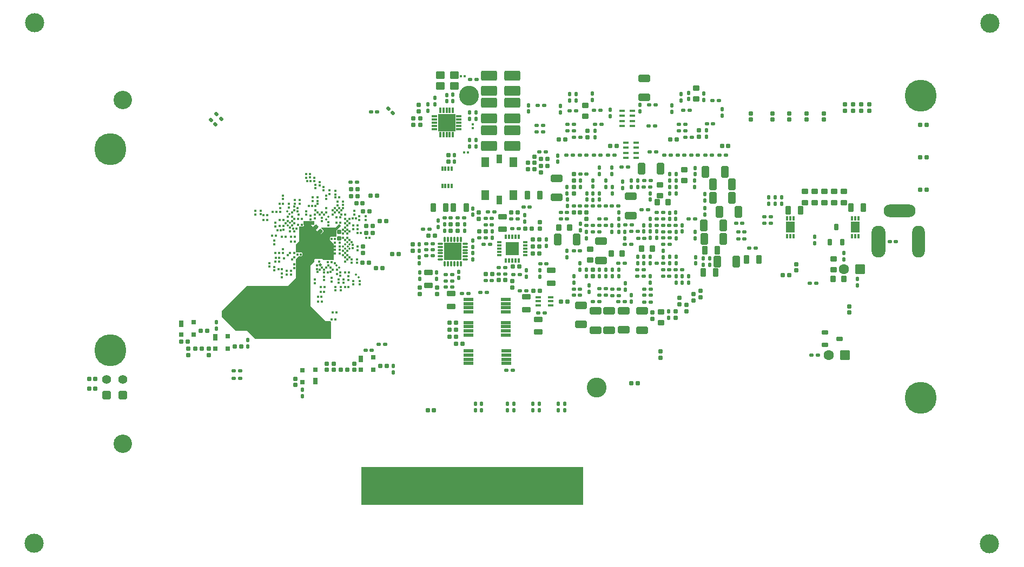
<source format=gbs>
G04 Layer_Color=16711935*
%FSLAX44Y44*%
%MOMM*%
G71*
G01*
G75*
G04:AMPARAMS|DCode=17|XSize=0.5mm|YSize=0.6mm|CornerRadius=0.05mm|HoleSize=0mm|Usage=FLASHONLY|Rotation=90.000|XOffset=0mm|YOffset=0mm|HoleType=Round|Shape=RoundedRectangle|*
%AMROUNDEDRECTD17*
21,1,0.5000,0.5000,0,0,90.0*
21,1,0.4000,0.6000,0,0,90.0*
1,1,0.1000,0.2500,0.2000*
1,1,0.1000,0.2500,-0.2000*
1,1,0.1000,-0.2500,-0.2000*
1,1,0.1000,-0.2500,0.2000*
%
%ADD17ROUNDEDRECTD17*%
G04:AMPARAMS|DCode=20|XSize=0.5mm|YSize=0.6mm|CornerRadius=0.05mm|HoleSize=0mm|Usage=FLASHONLY|Rotation=0.000|XOffset=0mm|YOffset=0mm|HoleType=Round|Shape=RoundedRectangle|*
%AMROUNDEDRECTD20*
21,1,0.5000,0.5000,0,0,0.0*
21,1,0.4000,0.6000,0,0,0.0*
1,1,0.1000,0.2000,-0.2500*
1,1,0.1000,-0.2000,-0.2500*
1,1,0.1000,-0.2000,0.2500*
1,1,0.1000,0.2000,0.2500*
%
%ADD20ROUNDEDRECTD20*%
G04:AMPARAMS|DCode=22|XSize=0.5mm|YSize=0.6mm|CornerRadius=0.05mm|HoleSize=0mm|Usage=FLASHONLY|Rotation=45.000|XOffset=0mm|YOffset=0mm|HoleType=Round|Shape=RoundedRectangle|*
%AMROUNDEDRECTD22*
21,1,0.5000,0.5000,0,0,45.0*
21,1,0.4000,0.6000,0,0,45.0*
1,1,0.1000,0.3182,-0.0354*
1,1,0.1000,0.0354,-0.3182*
1,1,0.1000,-0.3182,0.0354*
1,1,0.1000,-0.0354,0.3182*
%
%ADD22ROUNDEDRECTD22*%
G04:AMPARAMS|DCode=27|XSize=1mm|YSize=0.9mm|CornerRadius=0.1125mm|HoleSize=0mm|Usage=FLASHONLY|Rotation=0.000|XOffset=0mm|YOffset=0mm|HoleType=Round|Shape=RoundedRectangle|*
%AMROUNDEDRECTD27*
21,1,1.0000,0.6750,0,0,0.0*
21,1,0.7750,0.9000,0,0,0.0*
1,1,0.2250,0.3875,-0.3375*
1,1,0.2250,-0.3875,-0.3375*
1,1,0.2250,-0.3875,0.3375*
1,1,0.2250,0.3875,0.3375*
%
%ADD27ROUNDEDRECTD27*%
G04:AMPARAMS|DCode=28|XSize=0.6mm|YSize=0.6mm|CornerRadius=0.06mm|HoleSize=0mm|Usage=FLASHONLY|Rotation=90.000|XOffset=0mm|YOffset=0mm|HoleType=Round|Shape=RoundedRectangle|*
%AMROUNDEDRECTD28*
21,1,0.6000,0.4800,0,0,90.0*
21,1,0.4800,0.6000,0,0,90.0*
1,1,0.1200,0.2400,0.2400*
1,1,0.1200,0.2400,-0.2400*
1,1,0.1200,-0.2400,-0.2400*
1,1,0.1200,-0.2400,0.2400*
%
%ADD28ROUNDEDRECTD28*%
G04:AMPARAMS|DCode=36|XSize=0.6mm|YSize=0.6mm|CornerRadius=0.06mm|HoleSize=0mm|Usage=FLASHONLY|Rotation=0.000|XOffset=0mm|YOffset=0mm|HoleType=Round|Shape=RoundedRectangle|*
%AMROUNDEDRECTD36*
21,1,0.6000,0.4800,0,0,0.0*
21,1,0.4800,0.6000,0,0,0.0*
1,1,0.1200,0.2400,-0.2400*
1,1,0.1200,-0.2400,-0.2400*
1,1,0.1200,-0.2400,0.2400*
1,1,0.1200,0.2400,0.2400*
%
%ADD36ROUNDEDRECTD36*%
G04:AMPARAMS|DCode=41|XSize=1.3mm|YSize=0.8mm|CornerRadius=0.1mm|HoleSize=0mm|Usage=FLASHONLY|Rotation=90.000|XOffset=0mm|YOffset=0mm|HoleType=Round|Shape=RoundedRectangle|*
%AMROUNDEDRECTD41*
21,1,1.3000,0.6000,0,0,90.0*
21,1,1.1000,0.8000,0,0,90.0*
1,1,0.2000,0.3000,0.5500*
1,1,0.2000,0.3000,-0.5500*
1,1,0.2000,-0.3000,-0.5500*
1,1,0.2000,-0.3000,0.5500*
%
%ADD41ROUNDEDRECTD41*%
G04:AMPARAMS|DCode=50|XSize=1.8mm|YSize=1.15mm|CornerRadius=0.1437mm|HoleSize=0mm|Usage=FLASHONLY|Rotation=0.000|XOffset=0mm|YOffset=0mm|HoleType=Round|Shape=RoundedRectangle|*
%AMROUNDEDRECTD50*
21,1,1.8000,0.8625,0,0,0.0*
21,1,1.5125,1.1500,0,0,0.0*
1,1,0.2875,0.7562,-0.4313*
1,1,0.2875,-0.7562,-0.4313*
1,1,0.2875,-0.7562,0.4313*
1,1,0.2875,0.7562,0.4313*
%
%ADD50ROUNDEDRECTD50*%
G04:AMPARAMS|DCode=51|XSize=1.3mm|YSize=0.8mm|CornerRadius=0.1mm|HoleSize=0mm|Usage=FLASHONLY|Rotation=180.000|XOffset=0mm|YOffset=0mm|HoleType=Round|Shape=RoundedRectangle|*
%AMROUNDEDRECTD51*
21,1,1.3000,0.6000,0,0,180.0*
21,1,1.1000,0.8000,0,0,180.0*
1,1,0.2000,-0.5500,0.3000*
1,1,0.2000,0.5500,0.3000*
1,1,0.2000,0.5500,-0.3000*
1,1,0.2000,-0.5500,-0.3000*
%
%ADD51ROUNDEDRECTD51*%
G04:AMPARAMS|DCode=59|XSize=0.6mm|YSize=0.6mm|CornerRadius=0.06mm|HoleSize=0mm|Usage=FLASHONLY|Rotation=45.000|XOffset=0mm|YOffset=0mm|HoleType=Round|Shape=RoundedRectangle|*
%AMROUNDEDRECTD59*
21,1,0.6000,0.4800,0,0,45.0*
21,1,0.4800,0.6000,0,0,45.0*
1,1,0.1200,0.3394,0.0000*
1,1,0.1200,0.0000,-0.3394*
1,1,0.1200,-0.3394,0.0000*
1,1,0.1200,0.0000,0.3394*
%
%ADD59ROUNDEDRECTD59*%
G04:AMPARAMS|DCode=67|XSize=1.8mm|YSize=1.15mm|CornerRadius=0.1437mm|HoleSize=0mm|Usage=FLASHONLY|Rotation=270.000|XOffset=0mm|YOffset=0mm|HoleType=Round|Shape=RoundedRectangle|*
%AMROUNDEDRECTD67*
21,1,1.8000,0.8625,0,0,270.0*
21,1,1.5125,1.1500,0,0,270.0*
1,1,0.2875,-0.4313,-0.7562*
1,1,0.2875,-0.4313,0.7562*
1,1,0.2875,0.4313,0.7562*
1,1,0.2875,0.4313,-0.7562*
%
%ADD67ROUNDEDRECTD67*%
%ADD69R,0.7000X4.2000*%
%ADD70R,0.7000X3.2000*%
G04:AMPARAMS|DCode=75|XSize=1mm|YSize=0.9mm|CornerRadius=0.1125mm|HoleSize=0mm|Usage=FLASHONLY|Rotation=90.000|XOffset=0mm|YOffset=0mm|HoleType=Round|Shape=RoundedRectangle|*
%AMROUNDEDRECTD75*
21,1,1.0000,0.6750,0,0,90.0*
21,1,0.7750,0.9000,0,0,90.0*
1,1,0.2250,0.3375,0.3875*
1,1,0.2250,0.3375,-0.3875*
1,1,0.2250,-0.3375,-0.3875*
1,1,0.2250,-0.3375,0.3875*
%
%ADD75ROUNDEDRECTD75*%
%ADD76C,0.5000*%
%ADD82R,0.9500X0.4000*%
%ADD113C,2.8800*%
%ADD114C,3.1000*%
%ADD115C,5.0000*%
G04:AMPARAMS|DCode=116|XSize=1.524mm|YSize=1.524mm|CornerRadius=0.1905mm|HoleSize=0mm|Usage=FLASHONLY|Rotation=270.000|XOffset=0mm|YOffset=0mm|HoleType=Round|Shape=RoundedRectangle|*
%AMROUNDEDRECTD116*
21,1,1.5240,1.1430,0,0,270.0*
21,1,1.1430,1.5240,0,0,270.0*
1,1,0.3810,-0.5715,-0.5715*
1,1,0.3810,-0.5715,0.5715*
1,1,0.3810,0.5715,0.5715*
1,1,0.3810,0.5715,-0.5715*
%
%ADD116ROUNDEDRECTD116*%
%ADD117C,1.6000*%
%ADD118C,1.4000*%
G04:AMPARAMS|DCode=119|XSize=1.4mm|YSize=1.4mm|CornerRadius=0.35mm|HoleSize=0mm|Usage=FLASHONLY|Rotation=90.000|XOffset=0mm|YOffset=0mm|HoleType=Round|Shape=RoundedRectangle|*
%AMROUNDEDRECTD119*
21,1,1.4000,0.7000,0,0,90.0*
21,1,0.7000,1.4000,0,0,90.0*
1,1,0.7000,0.3500,0.3500*
1,1,0.7000,0.3500,-0.3500*
1,1,0.7000,-0.3500,-0.3500*
1,1,0.7000,-0.3500,0.3500*
%
%ADD119ROUNDEDRECTD119*%
%ADD120O,5.0000X2.0000*%
%ADD121O,2.2000X5.0000*%
%ADD122O,2.0000X5.0000*%
%ADD130R,0.7000X1.0000*%
%ADD131R,0.7000X0.7000*%
%ADD132R,0.8500X0.4000*%
G04:AMPARAMS|DCode=134|XSize=0.6mm|YSize=1mm|CornerRadius=0.075mm|HoleSize=0mm|Usage=FLASHONLY|Rotation=180.000|XOffset=0mm|YOffset=0mm|HoleType=Round|Shape=RoundedRectangle|*
%AMROUNDEDRECTD134*
21,1,0.6000,0.8500,0,0,180.0*
21,1,0.4500,1.0000,0,0,180.0*
1,1,0.1500,-0.2250,0.4250*
1,1,0.1500,0.2250,0.4250*
1,1,0.1500,0.2250,-0.4250*
1,1,0.1500,-0.2250,-0.4250*
%
%ADD134ROUNDEDRECTD134*%
%ADD135R,0.3500X0.3000*%
%ADD136R,0.3000X0.3500*%
%ADD137R,2.1000X2.1000*%
%ADD138R,1.2000X1.5000*%
%ADD139R,0.9000X1.4000*%
G04:AMPARAMS|DCode=140|XSize=0.3mm|YSize=0.35mm|CornerRadius=0mm|HoleSize=0mm|Usage=FLASHONLY|Rotation=315.000|XOffset=0mm|YOffset=0mm|HoleType=Round|Shape=Rectangle|*
%AMROTATEDRECTD140*
4,1,4,-0.2298,-0.0177,0.0177,0.2298,0.2298,0.0177,-0.0177,-0.2298,-0.2298,-0.0177,0.0*
%
%ADD140ROTATEDRECTD140*%

G04:AMPARAMS|DCode=141|XSize=0.3mm|YSize=0.35mm|CornerRadius=0mm|HoleSize=0mm|Usage=FLASHONLY|Rotation=45.000|XOffset=0mm|YOffset=0mm|HoleType=Round|Shape=Rectangle|*
%AMROTATEDRECTD141*
4,1,4,0.0177,-0.2298,-0.2298,0.0177,-0.0177,0.2298,0.2298,-0.0177,0.0177,-0.2298,0.0*
%
%ADD141ROTATEDRECTD141*%

G04:AMPARAMS|DCode=142|XSize=1.4mm|YSize=1.2mm|CornerRadius=0.15mm|HoleSize=0mm|Usage=FLASHONLY|Rotation=180.000|XOffset=0mm|YOffset=0mm|HoleType=Round|Shape=RoundedRectangle|*
%AMROUNDEDRECTD142*
21,1,1.4000,0.9000,0,0,180.0*
21,1,1.1000,1.2000,0,0,180.0*
1,1,0.3000,-0.5500,0.4500*
1,1,0.3000,0.5500,0.4500*
1,1,0.3000,0.5500,-0.4500*
1,1,0.3000,-0.5500,-0.4500*
%
%ADD142ROUNDEDRECTD142*%
%ADD147R,2.7000X2.7000*%
G04:AMPARAMS|DCode=150|XSize=0.6mm|YSize=1mm|CornerRadius=0.075mm|HoleSize=0mm|Usage=FLASHONLY|Rotation=90.000|XOffset=0mm|YOffset=0mm|HoleType=Round|Shape=RoundedRectangle|*
%AMROUNDEDRECTD150*
21,1,0.6000,0.8500,0,0,90.0*
21,1,0.4500,1.0000,0,0,90.0*
1,1,0.1500,0.4250,0.2250*
1,1,0.1500,0.4250,-0.2250*
1,1,0.1500,-0.4250,-0.2250*
1,1,0.1500,-0.4250,0.2250*
%
%ADD150ROUNDEDRECTD150*%
G04:AMPARAMS|DCode=151|XSize=2.5mm|YSize=1.5mm|CornerRadius=0.1875mm|HoleSize=0mm|Usage=FLASHONLY|Rotation=0.000|XOffset=0mm|YOffset=0mm|HoleType=Round|Shape=RoundedRectangle|*
%AMROUNDEDRECTD151*
21,1,2.5000,1.1250,0,0,0.0*
21,1,2.1250,1.5000,0,0,0.0*
1,1,0.3750,1.0625,-0.5625*
1,1,0.3750,-1.0625,-0.5625*
1,1,0.3750,-1.0625,0.5625*
1,1,0.3750,1.0625,0.5625*
%
%ADD151ROUNDEDRECTD151*%
%ADD165R,34.8000X5.9750*%
%ADD175R,0.4000X0.8000*%
%ADD176R,0.8000X0.4000*%
%ADD190C,3.0000*%
%ADD196C,0.4100*%
%ADD197R,1.4500X1.7500*%
%ADD198O,1.0000X0.3500*%
%ADD199O,0.3500X1.0000*%
%ADD200R,1.5000X0.5500*%
%ADD201R,2.8000X2.8000*%
%ADD202R,0.9000X0.3500*%
%ADD203R,0.3500X0.9000*%
%ADD204C,0.3500*%
G36*
X374092Y442697D02*
X374186Y442669D01*
X374273Y442622D01*
X374349Y442560D01*
X374412Y442484D01*
X374458Y442397D01*
X374487Y442303D01*
X374496Y442205D01*
Y436955D01*
X374487Y436857D01*
X374458Y436763D01*
X374412Y436676D01*
X374349Y436600D01*
X374273Y436537D01*
X374186Y436491D01*
X374092Y436462D01*
X373994Y436452D01*
X357744D01*
X357646Y436462D01*
X357552Y436491D01*
X357465Y436537D01*
X357389Y436600D01*
X357326Y436676D01*
X357280Y436763D01*
X357251Y436857D01*
X357242Y436955D01*
Y442205D01*
X357251Y442303D01*
X357280Y442397D01*
X357326Y442484D01*
X357389Y442560D01*
X357465Y442622D01*
X357552Y442669D01*
X357646Y442697D01*
X357744Y442707D01*
X373994D01*
X374092Y442697D01*
D02*
G37*
G36*
X413817Y437626D02*
X413846Y437617D01*
X413912Y437598D01*
X413998Y437551D01*
X414075Y437489D01*
X414075Y437489D01*
X415824Y435739D01*
X415887Y435662D01*
X415908Y435622D01*
X415933Y435576D01*
X415942Y435547D01*
X415962Y435481D01*
X415971Y435383D01*
X415962Y435285D01*
X415953Y435257D01*
X415933Y435191D01*
X415912Y435151D01*
X415887Y435104D01*
X415824Y435028D01*
X415824Y435028D01*
X409222Y428425D01*
X409222Y418133D01*
X409212Y418035D01*
X409183Y417941D01*
X409137Y417854D01*
X409074Y417778D01*
X408998Y417716D01*
X408911Y417669D01*
X408817Y417641D01*
X408719Y417631D01*
X400177Y417631D01*
X398971Y416425D01*
X398971Y412841D01*
X404574Y407239D01*
X404637Y407163D01*
X404683Y407076D01*
X404690Y407054D01*
X404712Y406981D01*
X404717Y406932D01*
X404721Y406883D01*
X404721Y406883D01*
X404721Y381883D01*
X404712Y381785D01*
X404683Y381691D01*
X404637Y381604D01*
X404574Y381528D01*
X404498Y381466D01*
X404411Y381419D01*
X404317Y381391D01*
X404219Y381381D01*
X389469D01*
X389469Y381381D01*
X389420Y381386D01*
X389371Y381391D01*
X389299Y381413D01*
X389277Y381419D01*
X389190Y381466D01*
X389114Y381528D01*
X389114Y381528D01*
X387261Y383381D01*
X375427Y383381D01*
X374472Y382425D01*
X374472Y379634D01*
X374472Y379633D01*
X374463Y379544D01*
X374462Y379535D01*
X374433Y379441D01*
X374387Y379354D01*
X374353Y379313D01*
X374324Y379278D01*
X374324Y379278D01*
X368222Y373175D01*
Y357250D01*
D01*
Y309466D01*
X392186Y285502D01*
X400000D01*
X400098Y285493D01*
X400192Y285464D01*
X400279Y285418D01*
X400355Y285355D01*
X400418Y285279D01*
X400464Y285192D01*
X400493Y285098D01*
X400502Y285000D01*
Y258500D01*
X400493Y258402D01*
X400464Y258308D01*
X400418Y258221D01*
X400355Y258145D01*
X400279Y258082D01*
X400192Y258036D01*
X400098Y258007D01*
X400000Y257998D01*
X282250D01*
X282250Y257998D01*
X282152Y258007D01*
X282058Y258036D01*
X281971Y258082D01*
X281929Y258117D01*
X281895Y258145D01*
X281895Y258145D01*
X269792Y270247D01*
X252000Y270248D01*
X251902Y270257D01*
X251830Y270279D01*
X251808Y270286D01*
X251721Y270332D01*
X251645Y270395D01*
X229645Y292395D01*
X229582Y292471D01*
X229536Y292558D01*
X229529Y292580D01*
X229507Y292652D01*
X229502Y292701D01*
X229498Y292750D01*
X229498Y292750D01*
X229498Y301500D01*
X229498Y301500D01*
X229506Y301589D01*
X229507Y301598D01*
X229536Y301692D01*
X229582Y301779D01*
X229617Y301821D01*
X229645Y301855D01*
X229645Y301855D01*
X268645Y340855D01*
X268721Y340918D01*
X268808Y340964D01*
X268830Y340971D01*
X268902Y340993D01*
X268951Y340998D01*
X269000Y341002D01*
X269000Y341002D01*
X332792D01*
X345717Y353927D01*
Y354023D01*
X345717Y383133D01*
X345717Y383134D01*
X345722Y383182D01*
X345727Y383232D01*
X345748Y383304D01*
X345755Y383326D01*
X345802Y383413D01*
X345833Y383451D01*
X345864Y383489D01*
X345864Y383489D01*
X349864Y387489D01*
X349940Y387551D01*
X350027Y387598D01*
X350049Y387604D01*
X350121Y387626D01*
X350170Y387631D01*
X350219Y387636D01*
X350219Y387636D01*
X354511Y387636D01*
X355467Y388591D01*
Y392175D01*
X354511Y393131D01*
X346219D01*
X346121Y393141D01*
X346027Y393169D01*
X345940Y393216D01*
X345864Y393278D01*
X345801Y393354D01*
X345755Y393441D01*
X345726Y393535D01*
X345717Y393633D01*
X345717Y405383D01*
X345717Y405383D01*
X345726Y405473D01*
X345726Y405481D01*
X345755Y405576D01*
X345801Y405662D01*
X345836Y405704D01*
X345864Y405739D01*
X345864Y405739D01*
X350467Y410341D01*
X350467Y433883D01*
X350476Y433981D01*
X350505Y434076D01*
X350551Y434162D01*
X350614Y434239D01*
X350690Y434301D01*
X350777Y434348D01*
X350871Y434376D01*
X350969Y434386D01*
X357011D01*
X358614Y435989D01*
X358690Y436051D01*
X358777Y436098D01*
X358799Y436104D01*
X358871Y436126D01*
X358920Y436131D01*
X358969Y436136D01*
X358969Y436136D01*
X368969D01*
X369067Y436126D01*
X369140Y436104D01*
X369161Y436098D01*
X369248Y436051D01*
X369324Y435989D01*
X369324Y435989D01*
X375824Y429489D01*
X375825Y429488D01*
X383427Y421886D01*
X384761Y421886D01*
X388717Y425841D01*
Y427925D01*
X385614Y431028D01*
X385614Y431028D01*
X385586Y431063D01*
X385551Y431104D01*
X385505Y431191D01*
X385476Y431285D01*
X385476Y431294D01*
X385467Y431384D01*
X385471Y431432D01*
X385476Y431482D01*
X385498Y431554D01*
X385505Y431576D01*
X385551Y431663D01*
X385614Y431739D01*
X385648Y431767D01*
X385690Y431801D01*
X385777Y431848D01*
X385871Y431876D01*
X385880Y431877D01*
X385969Y431886D01*
X385969Y431886D01*
X407761D01*
X413364Y437489D01*
X413364D01*
Y437489D01*
X413440Y437551D01*
X413516Y437592D01*
X413527Y437598D01*
D01*
X413527Y437598D01*
X413621Y437626D01*
X413709Y437635D01*
X413719Y437636D01*
D01*
X413719D01*
X413817Y437626D01*
D02*
G37*
D17*
X473106Y613106D02*
D03*
X463106D02*
D03*
X464500Y240250D02*
D03*
X454500Y240250D02*
D03*
X248450Y195750D02*
D03*
X258450D02*
D03*
X248450Y208250D02*
D03*
X258450D02*
D03*
X485500Y249250D02*
D03*
X475500D02*
D03*
X656500Y456750D02*
D03*
X646500D02*
D03*
X634750Y330750D02*
D03*
X644750D02*
D03*
X907500Y591750D02*
D03*
X897500D02*
D03*
X732750Y582000D02*
D03*
X722750D02*
D03*
X732750Y592250D02*
D03*
X722750D02*
D03*
X770250Y455750D02*
D03*
X760250D02*
D03*
X850500Y465750D02*
D03*
X840500D02*
D03*
X770250Y445750D02*
D03*
X760250D02*
D03*
X865750Y526750D02*
D03*
X855750D02*
D03*
X618226Y663985D02*
D03*
X628226D02*
D03*
X649250Y405750D02*
D03*
X639250D02*
D03*
X642500Y436750D02*
D03*
X652500D02*
D03*
X642500Y446750D02*
D03*
X652500D02*
D03*
X642500Y416250D02*
D03*
X632500D02*
D03*
X738000Y375750D02*
D03*
X728000D02*
D03*
X652500Y349500D02*
D03*
X642500D02*
D03*
X673250Y359500D02*
D03*
X663250D02*
D03*
X696000Y358500D02*
D03*
X686000D02*
D03*
X673250Y369500D02*
D03*
X663250D02*
D03*
X559500Y397500D02*
D03*
X549500D02*
D03*
X684500Y431000D02*
D03*
X694500D02*
D03*
X692750Y445750D02*
D03*
X682750D02*
D03*
X599250Y447500D02*
D03*
X609250D02*
D03*
X554500Y430000D02*
D03*
X544500D02*
D03*
X1160250Y345500D02*
D03*
X1150250D02*
D03*
X431248Y503243D02*
D03*
X441248Y503243D02*
D03*
X605500Y329000D02*
D03*
X615500D02*
D03*
X588250Y447500D02*
D03*
X578250D02*
D03*
X844000Y545500D02*
D03*
X834000D02*
D03*
X822000Y545500D02*
D03*
X812000D02*
D03*
X790000Y545500D02*
D03*
X800000D02*
D03*
X769000Y545500D02*
D03*
X779000D02*
D03*
X726750Y550750D02*
D03*
X736750D02*
D03*
X781000Y574000D02*
D03*
X791000D02*
D03*
X824250Y594250D02*
D03*
X814250D02*
D03*
X812000Y616000D02*
D03*
X822000D02*
D03*
X771000Y594000D02*
D03*
X781000D02*
D03*
Y584000D02*
D03*
X771000D02*
D03*
X734000Y624000D02*
D03*
X724000D02*
D03*
X899500Y550500D02*
D03*
X909500D02*
D03*
X953500Y546000D02*
D03*
X943500D02*
D03*
X932500D02*
D03*
X922500D02*
D03*
X964500Y546000D02*
D03*
X974500D02*
D03*
X996500Y546000D02*
D03*
X986500D02*
D03*
X1018500Y546000D02*
D03*
X1008500D02*
D03*
X965500Y574000D02*
D03*
X955500D02*
D03*
X998750Y594750D02*
D03*
X988750D02*
D03*
X945500Y584000D02*
D03*
X955500D02*
D03*
X945500Y594000D02*
D03*
X955500D02*
D03*
X908500Y624500D02*
D03*
X898500D02*
D03*
X962000Y616000D02*
D03*
X952000D02*
D03*
X1007500Y631500D02*
D03*
X997500D02*
D03*
X725390Y298570D02*
D03*
X735390D02*
D03*
X706610Y333600D02*
D03*
X696610D02*
D03*
X890250Y366250D02*
D03*
X880250D02*
D03*
X920500Y376250D02*
D03*
X910500D02*
D03*
X821000Y436000D02*
D03*
X831000D02*
D03*
X920250Y356250D02*
D03*
X930250D02*
D03*
X800500Y435500D02*
D03*
X810500D02*
D03*
X930250Y435750D02*
D03*
X940250D02*
D03*
X820500Y466000D02*
D03*
X830500D02*
D03*
X920250Y436000D02*
D03*
X910250D02*
D03*
X890750Y505750D02*
D03*
X900750D02*
D03*
X790500Y466000D02*
D03*
X780500D02*
D03*
X920500Y406000D02*
D03*
X930500D02*
D03*
X820750Y326250D02*
D03*
X830750D02*
D03*
X910750Y455750D02*
D03*
X920750D02*
D03*
X870750Y406000D02*
D03*
X860750D02*
D03*
X810500Y466000D02*
D03*
X800500D02*
D03*
X880500Y426250D02*
D03*
X870500D02*
D03*
X850750Y326000D02*
D03*
X840750D02*
D03*
X810750Y425750D02*
D03*
X820750D02*
D03*
X890500Y496000D02*
D03*
X900500D02*
D03*
X850750Y336000D02*
D03*
X840750D02*
D03*
X810750Y316000D02*
D03*
X820750D02*
D03*
X890750Y336000D02*
D03*
X900750D02*
D03*
X830750Y336250D02*
D03*
X820750D02*
D03*
X890750Y326250D02*
D03*
X900750D02*
D03*
X790500D02*
D03*
X780500D02*
D03*
X890750Y315750D02*
D03*
X900750D02*
D03*
X780500Y336000D02*
D03*
X790500D02*
D03*
X860500Y316000D02*
D03*
X850500D02*
D03*
X860250Y376000D02*
D03*
X850250D02*
D03*
X780500Y396000D02*
D03*
X790500D02*
D03*
X920500Y445750D02*
D03*
X910500D02*
D03*
X931000Y416250D02*
D03*
X921000D02*
D03*
X920750Y425750D02*
D03*
X930750D02*
D03*
X891250Y415750D02*
D03*
X881250D02*
D03*
X871250Y436250D02*
D03*
X861250D02*
D03*
X940250Y366250D02*
D03*
X950250D02*
D03*
X800750Y515750D02*
D03*
X790750D02*
D03*
X930250Y366250D02*
D03*
X920250D02*
D03*
X879750Y356250D02*
D03*
X889750D02*
D03*
X1055000Y400250D02*
D03*
X1065000D02*
D03*
X1047975Y414395D02*
D03*
X1037975D02*
D03*
X1047975Y425865D02*
D03*
X1037975D02*
D03*
X1078750Y449250D02*
D03*
X1088750D02*
D03*
X1078750Y439250D02*
D03*
X1088750D02*
D03*
X784000Y615000D02*
D03*
X774000D02*
D03*
X1275000Y410250D02*
D03*
X1285000D02*
D03*
X1162500Y232500D02*
D03*
X1152500Y232500D02*
D03*
X701750Y464750D02*
D03*
X711750D02*
D03*
X559500Y406750D02*
D03*
X549500D02*
D03*
X580000Y348750D02*
D03*
X590000D02*
D03*
X559500Y388000D02*
D03*
X549500D02*
D03*
X685000Y209000D02*
D03*
X675000D02*
D03*
X820500Y446000D02*
D03*
X830500D02*
D03*
X1034500Y439000D02*
D03*
X1044500D02*
D03*
X960500Y445750D02*
D03*
X970500D02*
D03*
X896750Y460000D02*
D03*
X886750D02*
D03*
X590000Y358750D02*
D03*
X580000D02*
D03*
X590000Y338750D02*
D03*
X580000D02*
D03*
D20*
X270500Y256000D02*
D03*
Y246000D02*
D03*
X221000Y284000D02*
D03*
Y274000D02*
D03*
X498500Y215250D02*
D03*
X498500Y205250D02*
D03*
X355500Y178000D02*
D03*
X355500Y168000D02*
D03*
X840500Y516000D02*
D03*
Y526000D02*
D03*
X810500Y496250D02*
D03*
Y506250D02*
D03*
X627515Y612500D02*
D03*
X627515Y602500D02*
D03*
X617265D02*
D03*
X617265Y612500D02*
D03*
X627265Y569476D02*
D03*
X627265Y559476D02*
D03*
X617265Y559476D02*
D03*
Y569476D02*
D03*
X653000Y416250D02*
D03*
Y426250D02*
D03*
X593500Y535500D02*
D03*
Y545500D02*
D03*
X738000Y413500D02*
D03*
Y403500D02*
D03*
X706250Y355500D02*
D03*
Y365500D02*
D03*
X704000Y441500D02*
D03*
Y451500D02*
D03*
X622500Y392250D02*
D03*
Y382250D02*
D03*
X609500Y427125D02*
D03*
Y437125D02*
D03*
X578750Y427000D02*
D03*
Y437000D02*
D03*
X727500Y355500D02*
D03*
Y365500D02*
D03*
X622500Y412125D02*
D03*
Y402125D02*
D03*
X591500Y640250D02*
D03*
Y630250D02*
D03*
X581500Y640000D02*
D03*
Y630000D02*
D03*
X539750Y351750D02*
D03*
Y361750D02*
D03*
X1224244Y351756D02*
D03*
Y341756D02*
D03*
X563000Y625500D02*
D03*
Y635500D02*
D03*
X552500Y615000D02*
D03*
X552500Y625000D02*
D03*
X774000Y641000D02*
D03*
Y631000D02*
D03*
X784000Y641000D02*
D03*
Y631000D02*
D03*
X810000Y642000D02*
D03*
Y632000D02*
D03*
X755750Y535250D02*
D03*
Y545250D02*
D03*
X814000Y584000D02*
D03*
Y574000D02*
D03*
X838000Y607000D02*
D03*
Y617000D02*
D03*
X760000Y613000D02*
D03*
Y623000D02*
D03*
X710000Y614000D02*
D03*
Y624000D02*
D03*
X988500Y584500D02*
D03*
Y574500D02*
D03*
X884500Y614500D02*
D03*
Y624500D02*
D03*
X934500Y613500D02*
D03*
Y623500D02*
D03*
X960500Y643500D02*
D03*
Y633500D02*
D03*
X948500Y641500D02*
D03*
Y631500D02*
D03*
X984500Y642500D02*
D03*
Y632500D02*
D03*
X1012500Y607500D02*
D03*
Y617500D02*
D03*
X900500Y355750D02*
D03*
Y345750D02*
D03*
X890250Y386250D02*
D03*
Y376250D02*
D03*
X880740Y386250D02*
D03*
Y376250D02*
D03*
X850750Y456250D02*
D03*
Y446250D02*
D03*
X900500Y386250D02*
D03*
Y376250D02*
D03*
X840750Y496000D02*
D03*
Y486000D02*
D03*
X890250Y436000D02*
D03*
Y426000D02*
D03*
X910500Y416250D02*
D03*
Y426250D02*
D03*
X880500Y496000D02*
D03*
Y506000D02*
D03*
X870500Y496000D02*
D03*
Y506000D02*
D03*
X770250Y396000D02*
D03*
Y386000D02*
D03*
X900500Y416000D02*
D03*
Y426000D02*
D03*
X791000Y438000D02*
D03*
Y428000D02*
D03*
X960250Y355750D02*
D03*
Y345750D02*
D03*
X820500Y516000D02*
D03*
Y526000D02*
D03*
X930500Y486000D02*
D03*
Y496000D02*
D03*
X820500Y356250D02*
D03*
Y366250D02*
D03*
X850750Y366000D02*
D03*
Y356000D02*
D03*
X929250Y301000D02*
D03*
Y291000D02*
D03*
X900000Y476000D02*
D03*
Y486000D02*
D03*
X940500Y346000D02*
D03*
Y356000D02*
D03*
Y495750D02*
D03*
Y485750D02*
D03*
X780500Y346000D02*
D03*
Y356000D02*
D03*
X983500Y374000D02*
D03*
Y384000D02*
D03*
X930750Y516250D02*
D03*
Y506250D02*
D03*
X790750Y496000D02*
D03*
Y506000D02*
D03*
X970250Y525750D02*
D03*
Y515750D02*
D03*
X970000Y506000D02*
D03*
Y496000D02*
D03*
X985750Y453000D02*
D03*
Y463000D02*
D03*
Y484500D02*
D03*
Y474500D02*
D03*
X800500Y356000D02*
D03*
Y366000D02*
D03*
X971000Y376000D02*
D03*
Y386000D02*
D03*
X830500Y506000D02*
D03*
Y496000D02*
D03*
X950500Y426000D02*
D03*
Y436000D02*
D03*
X860750Y425750D02*
D03*
Y415750D02*
D03*
X801000Y476000D02*
D03*
Y486000D02*
D03*
X940000Y446000D02*
D03*
Y456000D02*
D03*
X940750Y386250D02*
D03*
Y376250D02*
D03*
X820750Y476000D02*
D03*
Y486000D02*
D03*
X920500Y395750D02*
D03*
Y385750D02*
D03*
X930500Y445500D02*
D03*
Y455500D02*
D03*
X930750Y386250D02*
D03*
Y376250D02*
D03*
X850750Y425750D02*
D03*
Y435750D02*
D03*
X840750Y366500D02*
D03*
Y356500D02*
D03*
X840500Y425500D02*
D03*
Y435500D02*
D03*
X800750Y425750D02*
D03*
Y415750D02*
D03*
X970750D02*
D03*
Y425750D02*
D03*
X770000Y486000D02*
D03*
Y496000D02*
D03*
X810500Y485500D02*
D03*
Y475500D02*
D03*
X771000Y466000D02*
D03*
Y476000D02*
D03*
X830500Y356250D02*
D03*
Y366250D02*
D03*
X790500Y366000D02*
D03*
Y376000D02*
D03*
X870500Y326500D02*
D03*
Y316500D02*
D03*
X900500Y446000D02*
D03*
Y436000D02*
D03*
X940500Y516250D02*
D03*
Y506250D02*
D03*
X940750Y425750D02*
D03*
Y415750D02*
D03*
X993250Y374000D02*
D03*
Y384000D02*
D03*
X1086000Y479750D02*
D03*
Y469750D02*
D03*
X1096000D02*
D03*
Y479750D02*
D03*
X1106000Y479750D02*
D03*
Y469750D02*
D03*
X636500Y146500D02*
D03*
Y156500D02*
D03*
X626500Y146500D02*
D03*
Y156500D02*
D03*
X676500Y146500D02*
D03*
Y156500D02*
D03*
X686500Y146500D02*
D03*
Y156500D02*
D03*
X716500Y146500D02*
D03*
Y156500D02*
D03*
X726500Y146500D02*
D03*
Y156500D02*
D03*
X766500Y146500D02*
D03*
Y156500D02*
D03*
X756500Y146500D02*
D03*
Y156500D02*
D03*
X1203000Y382250D02*
D03*
Y392250D02*
D03*
X1157250Y418000D02*
D03*
Y408000D02*
D03*
X566250Y361750D02*
D03*
Y351750D02*
D03*
X568750Y443125D02*
D03*
Y433125D02*
D03*
X600500Y353250D02*
D03*
Y363250D02*
D03*
X539000Y396250D02*
D03*
Y406250D02*
D03*
X538750Y386000D02*
D03*
Y376000D02*
D03*
X622250Y452250D02*
D03*
Y462250D02*
D03*
X804750Y341750D02*
D03*
Y331750D02*
D03*
X856750Y494500D02*
D03*
Y504500D02*
D03*
X950500Y355750D02*
D03*
Y345750D02*
D03*
X861500Y345000D02*
D03*
Y335000D02*
D03*
D22*
X490394Y618445D02*
D03*
X497465Y611374D02*
D03*
X221588Y609751D02*
D03*
X228659Y602680D02*
D03*
X212749Y600912D02*
D03*
X219820Y593841D02*
D03*
D27*
X798250Y623500D02*
D03*
Y606500D02*
D03*
X972500Y634000D02*
D03*
Y651000D02*
D03*
X806250Y381750D02*
D03*
X806250Y398750D02*
D03*
X915500Y499500D02*
D03*
Y482500D02*
D03*
X953500Y506000D02*
D03*
Y523000D02*
D03*
X917250Y300250D02*
D03*
Y283250D02*
D03*
X1187250Y383250D02*
D03*
Y366250D02*
D03*
X1142600Y488640D02*
D03*
Y471640D02*
D03*
X1157800Y488640D02*
D03*
Y471640D02*
D03*
X1173000Y488640D02*
D03*
Y471640D02*
D03*
X1188200Y488640D02*
D03*
Y471640D02*
D03*
X1203400Y488640D02*
D03*
Y471640D02*
D03*
D28*
X478025Y215235D02*
D03*
X488025D02*
D03*
X425743Y209250D02*
D03*
X415743D02*
D03*
X250025Y245985D02*
D03*
X260025D02*
D03*
X207025Y270485D02*
D03*
X197025D02*
D03*
X176250Y253750D02*
D03*
X166250D02*
D03*
X198250Y242750D02*
D03*
X188250D02*
D03*
X606250Y250500D02*
D03*
X596250D02*
D03*
X586250Y272250D02*
D03*
X596250D02*
D03*
X880500Y188250D02*
D03*
X870500D02*
D03*
X32000Y180000D02*
D03*
X22000D02*
D03*
Y195000D02*
D03*
X32000D02*
D03*
X729500Y528750D02*
D03*
X739500D02*
D03*
X596250Y283000D02*
D03*
X586250D02*
D03*
X596250Y261500D02*
D03*
X586250D02*
D03*
X1332500Y491643D02*
D03*
X1322500D02*
D03*
X760500Y316000D02*
D03*
X770500D02*
D03*
X790500Y456000D02*
D03*
X780500D02*
D03*
X442250Y481750D02*
D03*
X432250D02*
D03*
X472500Y482250D02*
D03*
X462500D02*
D03*
X716500Y413500D02*
D03*
X726500D02*
D03*
X716500Y402500D02*
D03*
X726500D02*
D03*
X716500Y391500D02*
D03*
X726500D02*
D03*
X632500Y426750D02*
D03*
X642500D02*
D03*
X729500Y539500D02*
D03*
X739500D02*
D03*
X663250Y349750D02*
D03*
X673250D02*
D03*
X652750Y359250D02*
D03*
X642750D02*
D03*
X695250Y371000D02*
D03*
X685250D02*
D03*
X705000Y431000D02*
D03*
X715000D02*
D03*
X692750Y456250D02*
D03*
X682750D02*
D03*
X709250Y533500D02*
D03*
X719250D02*
D03*
X455740Y424063D02*
D03*
X465740D02*
D03*
X449740Y377063D02*
D03*
X459740D02*
D03*
X1107500Y357500D02*
D03*
X1117500Y357500D02*
D03*
X442250Y492750D02*
D03*
X432250D02*
D03*
X450250Y470750D02*
D03*
X440250D02*
D03*
X450750Y458000D02*
D03*
X460750D02*
D03*
X455750Y435000D02*
D03*
X465750D02*
D03*
X476750Y442500D02*
D03*
X486750D02*
D03*
X471000Y369000D02*
D03*
X481000D02*
D03*
X496500Y391000D02*
D03*
X506500D02*
D03*
X838000Y560000D02*
D03*
X848000D02*
D03*
X757000Y570000D02*
D03*
X767000D02*
D03*
X1012500Y560500D02*
D03*
X1022500D02*
D03*
X931500Y570500D02*
D03*
X941500D02*
D03*
X727610Y333600D02*
D03*
X717610D02*
D03*
X552000Y146500D02*
D03*
X562000D02*
D03*
X1322500Y542500D02*
D03*
X1332500Y542500D02*
D03*
X1322500Y593357D02*
D03*
X1332500D02*
D03*
X563500Y419500D02*
D03*
X553500D02*
D03*
D36*
X344990Y185560D02*
D03*
Y195560D02*
D03*
X436743Y209250D02*
D03*
Y219250D02*
D03*
X393743D02*
D03*
Y209250D02*
D03*
X404743D02*
D03*
Y219250D02*
D03*
X177250Y242750D02*
D03*
Y232750D02*
D03*
X209250Y242750D02*
D03*
X209250Y232750D02*
D03*
X537985Y624225D02*
D03*
Y614225D02*
D03*
X1128750Y365000D02*
D03*
Y375000D02*
D03*
X939750Y301000D02*
D03*
Y291000D02*
D03*
X810500Y356000D02*
D03*
Y366000D02*
D03*
X780500Y516000D02*
D03*
Y506000D02*
D03*
Y486000D02*
D03*
Y496000D02*
D03*
X800750Y446250D02*
D03*
Y456250D02*
D03*
X916000Y238500D02*
D03*
Y228500D02*
D03*
X719250Y523500D02*
D03*
Y533500D02*
D03*
X584250Y535500D02*
D03*
Y545500D02*
D03*
X709250Y533500D02*
D03*
Y523500D02*
D03*
X727750Y440500D02*
D03*
Y430500D02*
D03*
X729500Y518750D02*
D03*
Y528750D02*
D03*
X599250Y427125D02*
D03*
Y437125D02*
D03*
X588250Y427125D02*
D03*
Y437125D02*
D03*
X719250Y543500D02*
D03*
Y533500D02*
D03*
X413740Y415563D02*
D03*
Y425563D02*
D03*
X451000Y402750D02*
D03*
Y392750D02*
D03*
X566500Y338250D02*
D03*
X566500Y328250D02*
D03*
X539500Y338250D02*
D03*
Y328250D02*
D03*
X1212244Y299006D02*
D03*
Y309006D02*
D03*
X631645Y455821D02*
D03*
Y445821D02*
D03*
X802000Y574000D02*
D03*
Y584000D02*
D03*
X976500Y574500D02*
D03*
Y584500D02*
D03*
X904000Y289000D02*
D03*
Y299000D02*
D03*
X957250Y311000D02*
D03*
Y301000D02*
D03*
X945750Y322250D02*
D03*
Y312250D02*
D03*
X968250Y318250D02*
D03*
Y328250D02*
D03*
X979250Y333000D02*
D03*
Y323000D02*
D03*
X684250Y338500D02*
D03*
Y348500D02*
D03*
X1057699Y601250D02*
D03*
Y611250D02*
D03*
X1092000Y601250D02*
D03*
Y611250D02*
D03*
X1117950Y601250D02*
D03*
X1117950Y611250D02*
D03*
X1145000Y601250D02*
D03*
Y611250D02*
D03*
X1172000Y601250D02*
D03*
Y611250D02*
D03*
X1205301Y615250D02*
D03*
Y625250D02*
D03*
X1218001Y615250D02*
D03*
Y625250D02*
D03*
X1230701Y615250D02*
D03*
Y625250D02*
D03*
X1243401Y615250D02*
D03*
Y625250D02*
D03*
X528500Y406000D02*
D03*
Y396000D02*
D03*
X540250Y593250D02*
D03*
Y603250D02*
D03*
X529250D02*
D03*
Y593250D02*
D03*
D41*
X592250Y464000D02*
D03*
X612250D02*
D03*
X580500Y463750D02*
D03*
X560500D02*
D03*
X707750Y483250D02*
D03*
X727750Y483250D02*
D03*
X1050750Y382250D02*
D03*
X1070750D02*
D03*
X1003000Y361750D02*
D03*
X983000D02*
D03*
X985500Y396750D02*
D03*
X1005500D02*
D03*
X1234250Y463250D02*
D03*
X1214250D02*
D03*
X1116000Y459000D02*
D03*
X1136000D02*
D03*
D50*
X891250Y666250D02*
D03*
Y636250D02*
D03*
X870000Y481000D02*
D03*
Y451000D02*
D03*
X823500Y411000D02*
D03*
Y381000D02*
D03*
X887250Y301750D02*
D03*
Y271750D02*
D03*
X859000Y302250D02*
D03*
Y272250D02*
D03*
X836000Y301500D02*
D03*
Y271500D02*
D03*
X814750Y301500D02*
D03*
Y271500D02*
D03*
X792250Y310500D02*
D03*
Y280500D02*
D03*
X753500Y479750D02*
D03*
Y509750D02*
D03*
D51*
X725250Y268710D02*
D03*
Y288710D02*
D03*
X706000Y303540D02*
D03*
Y323540D02*
D03*
X589000Y309000D02*
D03*
Y329000D02*
D03*
X669500Y449500D02*
D03*
Y429500D02*
D03*
X553000Y341750D02*
D03*
Y361750D02*
D03*
X745000Y365000D02*
D03*
Y345000D02*
D03*
D59*
X376964Y433536D02*
D03*
X384036Y426465D02*
D03*
D67*
X785500Y413250D02*
D03*
X755500D02*
D03*
X1035250Y379000D02*
D03*
X1005250D02*
D03*
X984750Y414750D02*
D03*
X1014750D02*
D03*
X984250Y435750D02*
D03*
X1014250D02*
D03*
X1008250Y457250D02*
D03*
X1038250D02*
D03*
X998250Y478500D02*
D03*
X1028250D02*
D03*
X998250Y499750D02*
D03*
X1028250D02*
D03*
X987000Y519250D02*
D03*
X1017000D02*
D03*
X886500Y524500D02*
D03*
X916500D02*
D03*
D69*
X756500Y35000D02*
D03*
X766500D02*
D03*
X706500D02*
D03*
X686500D02*
D03*
X656500D02*
D03*
X786500D02*
D03*
X726500D02*
D03*
X736500D02*
D03*
X776500D02*
D03*
X746500D02*
D03*
X676500D02*
D03*
X696500D02*
D03*
X666500D02*
D03*
X716500D02*
D03*
X636500D02*
D03*
X536500D02*
D03*
X626500D02*
D03*
X596500D02*
D03*
X466500D02*
D03*
X486500D02*
D03*
X556500D02*
D03*
X526500D02*
D03*
X586500D02*
D03*
X616500D02*
D03*
X506500D02*
D03*
X516500D02*
D03*
X546500D02*
D03*
X476500D02*
D03*
X496500D02*
D03*
X606500D02*
D03*
X646500D02*
D03*
D70*
X456500Y40000D02*
D03*
D75*
X1186300Y351800D02*
D03*
X1203300D02*
D03*
X856500Y391750D02*
D03*
X839500D02*
D03*
X904000Y399500D02*
D03*
X887000D02*
D03*
X774000Y432500D02*
D03*
X757000D02*
D03*
X911000Y471750D02*
D03*
X928000D02*
D03*
D76*
X383990Y374063D02*
D03*
D82*
X856250Y591250D02*
D03*
Y599250D02*
D03*
X856250Y607250D02*
D03*
Y615250D02*
D03*
X872250Y591250D02*
D03*
X872250Y599250D02*
D03*
Y607250D02*
D03*
Y615250D02*
D03*
X862000Y541250D02*
D03*
X862000Y549250D02*
D03*
Y557250D02*
D03*
Y565250D02*
D03*
X878000Y541250D02*
D03*
Y549250D02*
D03*
Y557250D02*
D03*
X878000Y565250D02*
D03*
D113*
X75000Y632500D02*
D03*
Y93500D02*
D03*
D114*
X816250Y182000D02*
D03*
X617000Y638500D02*
D03*
D115*
X55000Y555000D02*
D03*
Y240000D02*
D03*
X1324000Y166000D02*
D03*
X1323500Y639000D02*
D03*
D116*
X1228700Y367500D02*
D03*
X1205200Y232750D02*
D03*
D117*
X1203300Y367500D02*
D03*
X1179800Y232750D02*
D03*
D118*
X74500Y194750D02*
D03*
X49500D02*
D03*
D119*
X74500Y169750D02*
D03*
X49500D02*
D03*
D120*
X1290250Y458250D02*
D03*
D121*
X1257250Y410250D02*
D03*
D122*
X1320250D02*
D03*
D130*
X375765Y192075D02*
D03*
X447250Y226750D02*
D03*
X219250Y260000D02*
D03*
X166250Y282000D02*
D03*
D131*
X375765Y209325D02*
D03*
X356015Y209075D02*
D03*
X356015Y190075D02*
D03*
X447250Y209500D02*
D03*
X467000Y209750D02*
D03*
Y228750D02*
D03*
X219250Y242750D02*
D03*
X239000Y243000D02*
D03*
X239000Y262000D02*
D03*
X166250Y264750D02*
D03*
X186000Y265000D02*
D03*
X186000Y284000D02*
D03*
D132*
X744250Y323250D02*
D03*
Y316750D02*
D03*
Y310250D02*
D03*
X725250D02*
D03*
Y316750D02*
D03*
Y323250D02*
D03*
D134*
X1191250Y432750D02*
D03*
X1181750Y409750D02*
D03*
X1200750D02*
D03*
D135*
X622515Y594026D02*
D03*
Y588426D02*
D03*
X406990Y397363D02*
D03*
Y391763D02*
D03*
X414500Y397363D02*
D03*
Y391763D02*
D03*
X442290Y396963D02*
D03*
Y402563D02*
D03*
X434490Y399763D02*
D03*
Y405363D02*
D03*
X414500Y408267D02*
D03*
Y402667D02*
D03*
X406990Y408363D02*
D03*
Y402763D02*
D03*
X442500Y435350D02*
D03*
Y429750D02*
D03*
X435240Y435437D02*
D03*
Y429837D02*
D03*
X444490Y449863D02*
D03*
Y444263D02*
D03*
X437500Y452900D02*
D03*
Y458500D02*
D03*
X419240Y467513D02*
D03*
Y473113D02*
D03*
X411240Y472863D02*
D03*
Y467263D02*
D03*
X407690Y489813D02*
D03*
Y484213D02*
D03*
X397937Y490790D02*
D03*
Y485190D02*
D03*
X388820Y496030D02*
D03*
Y490430D02*
D03*
X376250Y499350D02*
D03*
Y493750D02*
D03*
X455000Y449850D02*
D03*
Y444250D02*
D03*
X441750Y382663D02*
D03*
Y377063D02*
D03*
X433250Y382663D02*
D03*
Y377063D02*
D03*
X378990Y372663D02*
D03*
Y367063D02*
D03*
X382500Y384600D02*
D03*
Y379000D02*
D03*
X389940Y349963D02*
D03*
Y355563D02*
D03*
X401990Y347763D02*
D03*
Y353363D02*
D03*
X412740Y345763D02*
D03*
Y351363D02*
D03*
X414990Y356763D02*
D03*
Y362363D02*
D03*
X420490Y345763D02*
D03*
Y351363D02*
D03*
X428000Y350400D02*
D03*
Y356000D02*
D03*
X435740Y348613D02*
D03*
Y343013D02*
D03*
X445750Y343150D02*
D03*
Y348750D02*
D03*
X416240Y339313D02*
D03*
Y333713D02*
D03*
X407240Y333963D02*
D03*
Y339563D02*
D03*
X375490Y345013D02*
D03*
Y350613D02*
D03*
X367813Y516310D02*
D03*
Y510710D02*
D03*
X344240Y475363D02*
D03*
Y469763D02*
D03*
X352000Y475113D02*
D03*
Y469513D02*
D03*
X334760Y463887D02*
D03*
Y469487D02*
D03*
X379740Y479613D02*
D03*
Y474013D02*
D03*
X371990Y479613D02*
D03*
Y474013D02*
D03*
X347990Y463113D02*
D03*
Y457513D02*
D03*
X325540Y482663D02*
D03*
Y477063D02*
D03*
X396740Y441063D02*
D03*
Y435463D02*
D03*
X386480Y442213D02*
D03*
Y447813D02*
D03*
X375313Y446960D02*
D03*
Y452560D02*
D03*
X368813Y450790D02*
D03*
Y445190D02*
D03*
X361990Y452335D02*
D03*
Y457934D02*
D03*
X321290Y462863D02*
D03*
Y457263D02*
D03*
X290536Y458704D02*
D03*
Y453104D02*
D03*
X282313Y458560D02*
D03*
Y452960D02*
D03*
X313250Y433900D02*
D03*
Y439500D02*
D03*
X311690Y412063D02*
D03*
Y406463D02*
D03*
X325750Y398277D02*
D03*
Y392677D02*
D03*
X303990Y371013D02*
D03*
Y376613D02*
D03*
X311500Y365200D02*
D03*
Y370800D02*
D03*
X338390Y358613D02*
D03*
Y364213D02*
D03*
X342740Y369213D02*
D03*
Y374813D02*
D03*
X331340Y364213D02*
D03*
Y358613D02*
D03*
X323790Y360250D02*
D03*
Y354650D02*
D03*
X393240Y482613D02*
D03*
Y477013D02*
D03*
X361633Y510496D02*
D03*
Y516096D02*
D03*
X382750Y498200D02*
D03*
Y503800D02*
D03*
X374860Y504904D02*
D03*
Y510504D02*
D03*
D136*
X609776Y668985D02*
D03*
X604176D02*
D03*
X615026Y549985D02*
D03*
X609426Y549985D02*
D03*
X401190Y414813D02*
D03*
X406790D02*
D03*
X447540Y423563D02*
D03*
X441940D02*
D03*
X409190Y440313D02*
D03*
X414790D02*
D03*
Y448063D02*
D03*
X409190D02*
D03*
X439850Y446363D02*
D03*
X434250D02*
D03*
X413040Y479313D02*
D03*
X407440D02*
D03*
X461140Y416013D02*
D03*
X455540D02*
D03*
X395824Y378313D02*
D03*
X401424D02*
D03*
X395350Y361750D02*
D03*
X389750D02*
D03*
X428340Y362363D02*
D03*
X422740D02*
D03*
X428090Y339313D02*
D03*
X422490D02*
D03*
X384750Y339500D02*
D03*
X390350D02*
D03*
X390040Y331563D02*
D03*
X384440D02*
D03*
X385840Y323750D02*
D03*
X380240D02*
D03*
X385920Y315933D02*
D03*
X380320D02*
D03*
X401750Y288500D02*
D03*
X407350D02*
D03*
X319902Y469461D02*
D03*
X325502D02*
D03*
X365690Y465813D02*
D03*
X371290D02*
D03*
X355100Y445563D02*
D03*
X349500D02*
D03*
X355040Y436813D02*
D03*
X349440D02*
D03*
X309640Y457263D02*
D03*
X315240D02*
D03*
X300750Y451500D02*
D03*
X295150D02*
D03*
X320440Y443813D02*
D03*
X326040D02*
D03*
X346787Y430490D02*
D03*
X341187D02*
D03*
X295190Y444313D02*
D03*
X300790D02*
D03*
X320440Y435063D02*
D03*
X326040D02*
D03*
X322310Y427687D02*
D03*
X316710D02*
D03*
X308690Y419563D02*
D03*
X314290D02*
D03*
X329560Y417937D02*
D03*
X323960D02*
D03*
X343750Y410500D02*
D03*
X338150D02*
D03*
X353540Y390313D02*
D03*
X347940D02*
D03*
X313476Y392677D02*
D03*
X319076D02*
D03*
X314190Y385063D02*
D03*
X319790D02*
D03*
X313940Y378563D02*
D03*
X319540D02*
D03*
X318190Y367063D02*
D03*
X323790D02*
D03*
X368846Y504864D02*
D03*
X363246D02*
D03*
X343800Y418000D02*
D03*
X338200D02*
D03*
X409050Y299750D02*
D03*
X403450D02*
D03*
D137*
X684250Y399250D02*
D03*
D138*
X642250Y483000D02*
D03*
Y535000D02*
D03*
X686250D02*
D03*
Y483000D02*
D03*
X642250D02*
D03*
Y535000D02*
D03*
X686250D02*
D03*
Y483000D02*
D03*
D139*
X664250Y539500D02*
D03*
Y475500D02*
D03*
D140*
X426720Y402333D02*
D03*
X422760Y406293D02*
D03*
X413220Y369333D02*
D03*
X409260Y373293D02*
D03*
X440040Y358710D02*
D03*
X444000Y354750D02*
D03*
X331760Y457387D02*
D03*
X335720Y453427D02*
D03*
D141*
X396900Y448823D02*
D03*
X392940Y444863D02*
D03*
X336760Y439543D02*
D03*
X332800Y435583D02*
D03*
D142*
X593500Y671250D02*
D03*
X571500D02*
D03*
Y654250D02*
D03*
X593500D02*
D03*
D147*
X591250Y394625D02*
D03*
D150*
X1196500Y258250D02*
D03*
X1173500Y267750D02*
D03*
Y248750D02*
D03*
D151*
X648250Y627500D02*
D03*
X684250D02*
D03*
Y603500D02*
D03*
X648250D02*
D03*
X648265Y670476D02*
D03*
X684265D02*
D03*
Y646476D02*
D03*
X648265D02*
D03*
Y584476D02*
D03*
X684265D02*
D03*
Y560476D02*
D03*
X648265D02*
D03*
D165*
X621500Y27375D02*
D03*
D175*
X1216000Y447100D02*
D03*
X1221000D02*
D03*
X1226000D02*
D03*
X1216000Y418400D02*
D03*
X1221000D02*
D03*
X1226000D02*
D03*
X1114500Y447100D02*
D03*
X1119500D02*
D03*
X1124500D02*
D03*
X1114500Y418400D02*
D03*
X1119500D02*
D03*
X1124500D02*
D03*
X674250Y380250D02*
D03*
X679250D02*
D03*
X684250D02*
D03*
X689250D02*
D03*
X694250D02*
D03*
Y418250D02*
D03*
X689250D02*
D03*
X684250D02*
D03*
X679250D02*
D03*
X674250D02*
D03*
X574750Y524500D02*
D03*
X579750D02*
D03*
X584750D02*
D03*
X589750D02*
D03*
X574750Y497500D02*
D03*
X579750Y497500D02*
D03*
X584750Y497500D02*
D03*
X589750D02*
D03*
D176*
X704750Y389250D02*
D03*
Y394250D02*
D03*
Y399250D02*
D03*
Y404250D02*
D03*
Y409250D02*
D03*
X663750D02*
D03*
Y404250D02*
D03*
Y399250D02*
D03*
Y394250D02*
D03*
Y389250D02*
D03*
D190*
X-63500Y752760D02*
D03*
X-64260Y-62500D02*
D03*
X1431500Y-63260D02*
D03*
X1432260Y752000D02*
D03*
D196*
X426440Y396007D02*
D03*
X376500Y459250D02*
D03*
X379820Y455947D02*
D03*
X343190Y439297D02*
D03*
X339860Y455947D02*
D03*
X363490Y372377D02*
D03*
X336530Y432637D02*
D03*
X339860Y449287D02*
D03*
Y442627D02*
D03*
X329870Y439297D02*
D03*
X343190Y425977D02*
D03*
X336530Y425977D02*
D03*
X333200Y442627D02*
D03*
X333200Y449287D02*
D03*
X326540Y429307D02*
D03*
X339860Y435967D02*
D03*
X343190Y445957D02*
D03*
X349850Y452617D02*
D03*
X339860Y382687D02*
D03*
X343190Y386017D02*
D03*
Y392677D02*
D03*
X429770Y439297D02*
D03*
X429770Y445957D02*
D03*
X419780Y415987D02*
D03*
X426440Y415987D02*
D03*
Y422647D02*
D03*
X416450Y452617D02*
D03*
X416450Y459277D02*
D03*
X423110Y452617D02*
D03*
X423110Y432637D02*
D03*
X426440Y435967D02*
D03*
X419740Y429313D02*
D03*
X413120Y462607D02*
D03*
X406460Y462607D02*
D03*
X419780Y462607D02*
D03*
X423110Y392677D02*
D03*
X426440Y442627D02*
D03*
X429770Y425977D02*
D03*
X426440Y429307D02*
D03*
X423110Y386017D02*
D03*
X419780Y389347D02*
D03*
X426440Y389347D02*
D03*
X419780Y396007D02*
D03*
X423110Y379357D02*
D03*
X399800Y362707D02*
D03*
X393140Y369367D02*
D03*
X343190Y459277D02*
D03*
X393140Y455947D02*
D03*
X383150Y452617D02*
D03*
X413120Y455947D02*
D03*
X406460D02*
D03*
X409790Y459277D02*
D03*
X423110Y425977D02*
D03*
X419780Y422647D02*
D03*
X423110Y412657D02*
D03*
X429770Y412657D02*
D03*
X403130Y452617D02*
D03*
X406460Y376027D02*
D03*
X409790Y359377D02*
D03*
X336530Y392677D02*
D03*
X386480Y369367D02*
D03*
X393140Y462607D02*
D03*
X389810Y452617D02*
D03*
X386480Y455947D02*
D03*
X423110Y445957D02*
D03*
X326740Y383813D02*
D03*
X333200Y389347D02*
D03*
X389810Y366037D02*
D03*
X383150Y366037D02*
D03*
X379820Y362707D02*
D03*
X399800Y369367D02*
D03*
X429770Y386017D02*
D03*
X423110Y439297D02*
D03*
X403130Y459277D02*
D03*
X426440Y382687D02*
D03*
X396470Y372697D02*
D03*
X409790Y366037D02*
D03*
X403130D02*
D03*
X433100Y409327D02*
D03*
X379820Y469267D02*
D03*
X376490Y465937D02*
D03*
X343500Y465500D02*
D03*
D197*
X1221000Y432750D02*
D03*
X1119500Y432750D02*
D03*
D198*
X572000Y407125D02*
D03*
Y402125D02*
D03*
Y397125D02*
D03*
Y392125D02*
D03*
Y387125D02*
D03*
Y382125D02*
D03*
X610500D02*
D03*
Y387125D02*
D03*
Y392125D02*
D03*
Y397125D02*
D03*
Y402125D02*
D03*
Y407125D02*
D03*
D199*
X578750Y375375D02*
D03*
X583750D02*
D03*
X588750D02*
D03*
X593750D02*
D03*
X598750D02*
D03*
X603750D02*
D03*
Y413875D02*
D03*
X598750D02*
D03*
X593750D02*
D03*
X588750D02*
D03*
X583750D02*
D03*
X578750D02*
D03*
D200*
X674500Y283500D02*
D03*
Y277000D02*
D03*
Y270500D02*
D03*
Y264000D02*
D03*
X615500Y283500D02*
D03*
Y277000D02*
D03*
Y270500D02*
D03*
Y264000D02*
D03*
X674500Y319750D02*
D03*
Y313250D02*
D03*
Y306750D02*
D03*
Y300250D02*
D03*
X615500Y319750D02*
D03*
Y313250D02*
D03*
Y306750D02*
D03*
Y300250D02*
D03*
X675000Y239000D02*
D03*
Y232500D02*
D03*
Y226000D02*
D03*
Y219500D02*
D03*
X616000Y239000D02*
D03*
Y232500D02*
D03*
Y226000D02*
D03*
Y219500D02*
D03*
D201*
X581500Y596750D02*
D03*
D202*
X600750Y586750D02*
D03*
Y591750D02*
D03*
Y596750D02*
D03*
Y601750D02*
D03*
X600750Y606750D02*
D03*
X562250D02*
D03*
X562250Y601750D02*
D03*
Y596750D02*
D03*
Y591750D02*
D03*
X562250Y586750D02*
D03*
D203*
X591500Y616000D02*
D03*
X586500Y616000D02*
D03*
X581500D02*
D03*
X576500D02*
D03*
X571500Y616000D02*
D03*
Y577500D02*
D03*
X576500Y577500D02*
D03*
X581500D02*
D03*
X586500D02*
D03*
X591500D02*
D03*
D204*
X429770Y399337D02*
D03*
X423110Y399337D02*
D03*
X426440Y409327D02*
D03*
X419780Y402667D02*
D03*
X429770Y405997D02*
D03*
M02*

</source>
